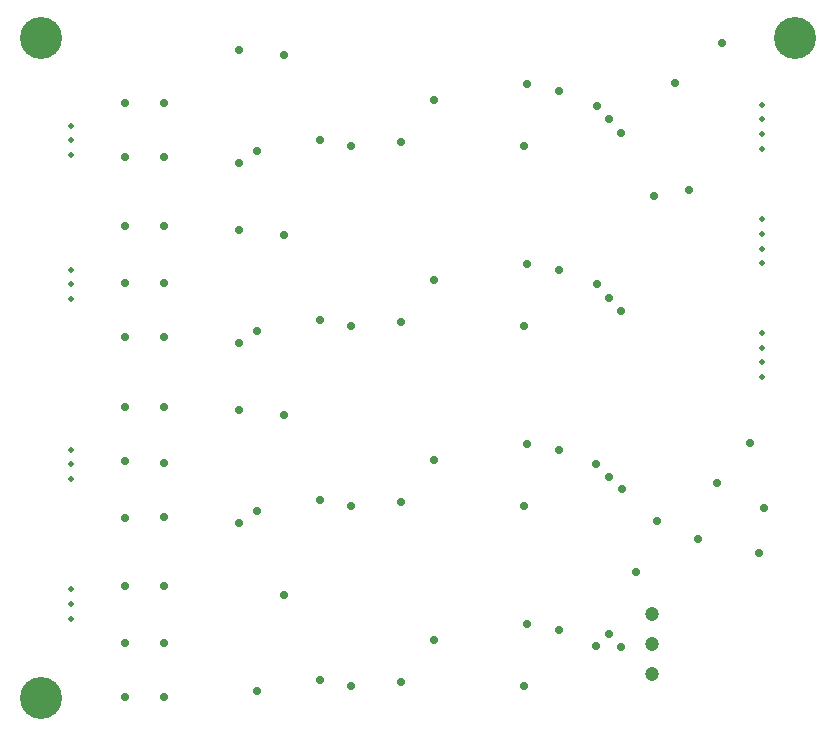
<source format=gbr>
%FSTAX23Y23*%
%MOIN*%
%SFA1B1*%

%IPPOS*%
%ADD55C,0.019685*%
%ADD56C,0.047244*%
%ADD57C,0.028000*%
%ADD58C,0.140000*%
%LNacoustics_4_pth_drill-1*%
%LPD*%
G54D55*
X0253Y01951D03*
X00225Y0193D03*
Y0198D03*
Y02029D03*
Y01549D03*
Y015D03*
Y0145D03*
Y0085D03*
Y009D03*
Y00949D03*
Y00485D03*
Y00435D03*
Y00386D03*
X0253Y02099D03*
Y0205D03*
Y02D03*
Y0157D03*
Y01619D03*
Y01668D03*
Y01717D03*
Y01338D03*
Y01289D03*
Y0124D03*
Y0119D03*
G54D56*
X02162Y004D03*
Y00301D03*
Y00203D03*
G54D57*
X0218Y0071D03*
X0206Y0029D03*
X0211Y0054D03*
X02018Y00336D03*
X01975Y00295D03*
X0249Y0097D03*
X0252Y00605D03*
X02379Y00839D03*
X02062Y00818D03*
X0206Y0141D03*
X0217Y01795D03*
X02285Y01815D03*
X02395Y02305D03*
X0224Y0217D03*
X02315Y0065D03*
X02535Y00755D03*
X0198Y02095D03*
X0202Y0205D03*
X0206Y02005D03*
X02017Y00858D03*
X01974Y009D03*
X0202Y01455D03*
X0198Y015D03*
X00405Y01325D03*
Y01695D03*
Y01505D03*
X00535Y01325D03*
Y01505D03*
Y01695D03*
X00785Y01305D03*
Y0168D03*
X00845Y01345D03*
X00935Y01665D03*
X01055Y0138D03*
X0116Y0136D03*
X01325Y01375D03*
X01735Y0136D03*
X01435Y01515D03*
X01745Y01569D03*
X01851Y01547D03*
X00845Y00145D03*
X00785Y00705D03*
Y0108D03*
Y0228D03*
Y01905D03*
X01851Y00347D03*
X01853Y00948D03*
X01851Y02146D03*
X00405Y00305D03*
Y00495D03*
Y0091D03*
Y0109D03*
Y0072D03*
Y00125D03*
Y01925D03*
Y02105D03*
X0116Y0016D03*
X00535Y00495D03*
Y0109D03*
Y00125D03*
X01055Y0018D03*
X00535Y00305D03*
X00935Y00465D03*
X01325Y00175D03*
X01435Y00315D03*
X01735Y0016D03*
X01745Y00369D03*
Y02169D03*
X01435Y02115D03*
X00535Y02105D03*
X01325Y01975D03*
X0116Y0196D03*
X00935Y02265D03*
X01735Y0196D03*
X00535Y01925D03*
X00845Y01945D03*
X01055Y0198D03*
X00845Y00745D03*
X00935Y01065D03*
X01735Y0076D03*
X0116D03*
X01745Y00969D03*
X00535Y00905D03*
Y00725D03*
X01055Y0078D03*
X01325Y00775D03*
X01435Y00915D03*
G54D58*
X00125Y0232D03*
Y0012D03*
X0264Y0232D03*
M02*
</source>
